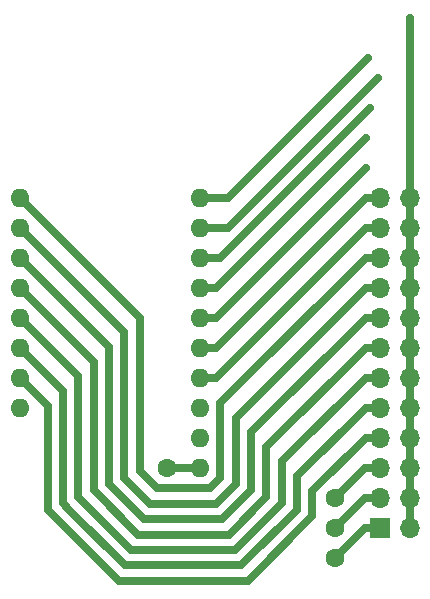
<source format=gbr>
G04*
G04 GERBER (RE)GENERATED BY FLATCAM v8.99 - www.flatcam.org - Version Date: 2019/12/15*
G04 Filename: arduino-fanatec-pcb-B_Cu-temp.gbr_edit*
G04 Created on : Saturday, 28 December 2019 at 18:00*
G04*
G04 RS-274X GERBER GENERATED BY FLATCAM v8.99 - www.flatcam.org - Version Date: 2019/12/15*
G04 Filename: arduino-fanatec-pcb-B_Cu-temp.gbr_edit*
G04 Created on : Saturday, 28 December 2019 at 17:59*
%FSLAX24Y24*%
%MOIN*%
%ADD10O,0.062992X0.062992*%
%ADD15O,0.066929X0.066929*%
%ADD16R,0.066929X0.066929*%
%ADD17C,0.062992*%
%ADD18C,0.027559*%

G70*
G90*
G01*
%LPD*%
D10*
X40000Y-41500D03*
X34000Y-39500D03*
X34000Y-38500D03*
X34000Y-37500D03*
X34000Y-36500D03*
X40000Y-32500D03*
X34000Y-35500D03*
X40000Y-33500D03*
X34000Y-34500D03*
X40000Y-34500D03*
X34000Y-33500D03*
X40000Y-35500D03*
X34000Y-32500D03*
X40000Y-36500D03*
X40000Y-37500D03*
X40000Y-38500D03*
X40000Y-39500D03*
X40000Y-40500D03*
D15*
X47000Y-32500D03*
X46000Y-32500D03*
X47000Y-33500D03*
X46000Y-33500D03*
X47000Y-34500D03*
X46000Y-34500D03*
X47000Y-35500D03*
X46000Y-35500D03*
X47000Y-36500D03*
X46000Y-36500D03*
X47000Y-37500D03*
X46000Y-37500D03*
X47000Y-38500D03*
X46000Y-38500D03*
X47000Y-39500D03*
X46000Y-39500D03*
X47000Y-40500D03*
X46000Y-40500D03*
X47000Y-41500D03*
X46000Y-41500D03*
X47000Y-42500D03*
X46000Y-42500D03*
X47000Y-43500D03*
D16*
X46000Y-43500D03*
D17*
X38900Y-41500D03*
X44500Y-43500D03*
X44500Y-44500D03*
X44500Y-42500D03*
D18*
X40000Y-41500D02*
X38900Y-41500D01*
X40000Y-32500D02*
X40951Y-32500D01*
X40951Y-32500D02*
X45616Y-27835D01*
X40000Y-33500D02*
X40951Y-33500D01*
X40951Y-33500D02*
X45951Y-28500D01*
X40000Y-34500D02*
X40675Y-34500D01*
X40675Y-34500D02*
X45675Y-29500D01*
X40000Y-35500D02*
X40527Y-35500D01*
X40527Y-35500D02*
X45527Y-30500D01*
X40000Y-36500D02*
X40527Y-36500D01*
X40527Y-36500D02*
X45527Y-31500D01*
X45527Y-32500D02*
X46000Y-32500D01*
X40000Y-37500D02*
X40527Y-37500D01*
X40527Y-37500D02*
X45527Y-32500D01*
X45527Y-33500D02*
X46000Y-33500D01*
X40000Y-38500D02*
X40527Y-38500D01*
X40527Y-38500D02*
X45527Y-33500D01*
X47000Y-26500D02*
X47000Y-43500D01*
X46000Y-42500D02*
X45500Y-42500D01*
X45500Y-42500D02*
X44500Y-43500D01*
X40689Y-39338D02*
X45527Y-34500D01*
X34000Y-32500D02*
X38000Y-36500D01*
X38000Y-41620D02*
X38569Y-42189D01*
X45527Y-34500D02*
X46000Y-34500D01*
X40689Y-41831D02*
X40689Y-39338D01*
X40331Y-42189D02*
X40689Y-41831D01*
X38569Y-42189D02*
X40331Y-42189D01*
X38000Y-36500D02*
X38000Y-41620D01*
X37488Y-36988D02*
X37488Y-41832D01*
X37488Y-41832D02*
X38357Y-42701D01*
X38357Y-42701D02*
X40543Y-42701D01*
X34000Y-33500D02*
X37488Y-36988D01*
X41201Y-42043D02*
X41201Y-39826D01*
X45527Y-35500D02*
X46000Y-35500D01*
X40543Y-42701D02*
X41201Y-42043D01*
X41201Y-39826D02*
X45527Y-35500D01*
X36976Y-37476D02*
X36976Y-42044D01*
X45527Y-36500D02*
X46000Y-36500D01*
X41713Y-40314D02*
X45527Y-36500D01*
X36976Y-42044D02*
X38145Y-43213D01*
X38145Y-43213D02*
X40755Y-43213D01*
X40755Y-43213D02*
X41713Y-42255D01*
X34000Y-34500D02*
X36976Y-37476D01*
X41713Y-42255D02*
X41713Y-40314D01*
X40967Y-43724D02*
X42224Y-42467D01*
X34000Y-35500D02*
X36464Y-37964D01*
X36464Y-37964D02*
X36464Y-42256D01*
X45527Y-37500D02*
X46000Y-37500D01*
X42224Y-42467D02*
X42224Y-40802D01*
X36464Y-42256D02*
X37933Y-43724D01*
X37933Y-43724D02*
X40967Y-43724D01*
X42224Y-40802D02*
X45527Y-37500D01*
X42736Y-41290D02*
X45527Y-38500D01*
X41179Y-44236D02*
X42736Y-42679D01*
X37721Y-44236D02*
X41179Y-44236D01*
X35953Y-42468D02*
X37721Y-44236D01*
X35953Y-38453D02*
X35953Y-42468D01*
X34000Y-36500D02*
X35953Y-38453D01*
X42736Y-42679D02*
X42736Y-41290D01*
X45527Y-38500D02*
X46000Y-38500D01*
X45527Y-39500D02*
X46000Y-39500D01*
X43248Y-41779D02*
X45527Y-39500D01*
X43248Y-42891D02*
X43248Y-41779D01*
X41391Y-44748D02*
X43248Y-42891D01*
X37509Y-44748D02*
X41391Y-44748D01*
X35652Y-42891D02*
X37509Y-44748D01*
X35652Y-42891D02*
X35652Y-42891D01*
X35441Y-42680D02*
X35652Y-42891D01*
X34000Y-37500D02*
X35441Y-38941D01*
X35441Y-38941D02*
X35441Y-42680D01*
X34315Y-38815D02*
X34000Y-38500D01*
X34929Y-42892D02*
X34929Y-39429D01*
X37297Y-45260D02*
X34929Y-42892D01*
X43760Y-43103D02*
X41603Y-45260D01*
X41603Y-45260D02*
X37297Y-45260D01*
X43760Y-42267D02*
X43760Y-43103D01*
X45527Y-40500D02*
X43760Y-42267D01*
X34929Y-39429D02*
X34315Y-38815D01*
X46000Y-40500D02*
X45527Y-40500D01*
X45500Y-43500D02*
X44500Y-44500D01*
X46000Y-43500D02*
X45500Y-43500D01*
X46000Y-41500D02*
X45501Y-41500D01*
X45501Y-41500D02*
X44500Y-42500D01*
M02*

</source>
